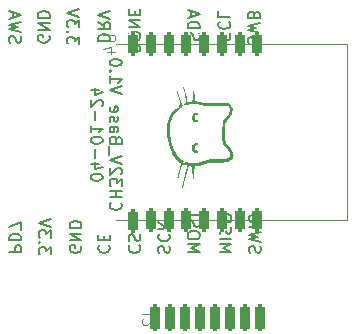
<source format=gbo>
G04 #@! TF.GenerationSoftware,KiCad,Pcbnew,7.0.7*
G04 #@! TF.CreationDate,2024-04-02T17:06:21-04:00*
G04 #@! TF.ProjectId,sensor_node,73656e73-6f72-45f6-9e6f-64652e6b6963,rev?*
G04 #@! TF.SameCoordinates,Original*
G04 #@! TF.FileFunction,Legend,Bot*
G04 #@! TF.FilePolarity,Positive*
%FSLAX46Y46*%
G04 Gerber Fmt 4.6, Leading zero omitted, Abs format (unit mm)*
G04 Created by KiCad (PCBNEW 7.0.7) date 2024-04-02 17:06:21*
%MOMM*%
%LPD*%
G01*
G04 APERTURE LIST*
G04 Aperture macros list*
%AMRoundRect*
0 Rectangle with rounded corners*
0 $1 Rounding radius*
0 $2 $3 $4 $5 $6 $7 $8 $9 X,Y pos of 4 corners*
0 Add a 4 corners polygon primitive as box body*
4,1,4,$2,$3,$4,$5,$6,$7,$8,$9,$2,$3,0*
0 Add four circle primitives for the rounded corners*
1,1,$1+$1,$2,$3*
1,1,$1+$1,$4,$5*
1,1,$1+$1,$6,$7*
1,1,$1+$1,$8,$9*
0 Add four rect primitives between the rounded corners*
20,1,$1+$1,$2,$3,$4,$5,0*
20,1,$1+$1,$4,$5,$6,$7,0*
20,1,$1+$1,$6,$7,$8,$9,0*
20,1,$1+$1,$8,$9,$2,$3,0*%
G04 Aperture macros list end*
%ADD10C,0.150000*%
%ADD11C,0.100000*%
%ADD12R,1.700000X1.700000*%
%ADD13O,1.700000X1.700000*%
%ADD14C,0.650000*%
%ADD15O,2.100000X1.000000*%
%ADD16O,1.600000X1.000000*%
%ADD17RoundRect,0.200000X-0.200000X0.943000X-0.200000X-0.943000X0.200000X-0.943000X0.200000X0.943000X0*%
%ADD18RoundRect,0.200000X-0.200000X0.800000X-0.200000X-0.800000X0.200000X-0.800000X0.200000X0.800000X0*%
G04 APERTURE END LIST*
D10*
X155277800Y-93610839D02*
X155230180Y-93467982D01*
X155230180Y-93467982D02*
X155230180Y-93229887D01*
X155230180Y-93229887D02*
X155277800Y-93134649D01*
X155277800Y-93134649D02*
X155325419Y-93087030D01*
X155325419Y-93087030D02*
X155420657Y-93039411D01*
X155420657Y-93039411D02*
X155515895Y-93039411D01*
X155515895Y-93039411D02*
X155611133Y-93087030D01*
X155611133Y-93087030D02*
X155658752Y-93134649D01*
X155658752Y-93134649D02*
X155706371Y-93229887D01*
X155706371Y-93229887D02*
X155753990Y-93420363D01*
X155753990Y-93420363D02*
X155801609Y-93515601D01*
X155801609Y-93515601D02*
X155849228Y-93563220D01*
X155849228Y-93563220D02*
X155944466Y-93610839D01*
X155944466Y-93610839D02*
X156039704Y-93610839D01*
X156039704Y-93610839D02*
X156134942Y-93563220D01*
X156134942Y-93563220D02*
X156182561Y-93515601D01*
X156182561Y-93515601D02*
X156230180Y-93420363D01*
X156230180Y-93420363D02*
X156230180Y-93182268D01*
X156230180Y-93182268D02*
X156182561Y-93039411D01*
X155325419Y-92039411D02*
X155277800Y-92087030D01*
X155277800Y-92087030D02*
X155230180Y-92229887D01*
X155230180Y-92229887D02*
X155230180Y-92325125D01*
X155230180Y-92325125D02*
X155277800Y-92467982D01*
X155277800Y-92467982D02*
X155373038Y-92563220D01*
X155373038Y-92563220D02*
X155468276Y-92610839D01*
X155468276Y-92610839D02*
X155658752Y-92658458D01*
X155658752Y-92658458D02*
X155801609Y-92658458D01*
X155801609Y-92658458D02*
X155992085Y-92610839D01*
X155992085Y-92610839D02*
X156087323Y-92563220D01*
X156087323Y-92563220D02*
X156182561Y-92467982D01*
X156182561Y-92467982D02*
X156230180Y-92325125D01*
X156230180Y-92325125D02*
X156230180Y-92229887D01*
X156230180Y-92229887D02*
X156182561Y-92087030D01*
X156182561Y-92087030D02*
X156134942Y-92039411D01*
X155230180Y-91134649D02*
X155230180Y-91610839D01*
X155230180Y-91610839D02*
X156230180Y-91610839D01*
X143582561Y-111039411D02*
X143630180Y-111134649D01*
X143630180Y-111134649D02*
X143630180Y-111277506D01*
X143630180Y-111277506D02*
X143582561Y-111420363D01*
X143582561Y-111420363D02*
X143487323Y-111515601D01*
X143487323Y-111515601D02*
X143392085Y-111563220D01*
X143392085Y-111563220D02*
X143201609Y-111610839D01*
X143201609Y-111610839D02*
X143058752Y-111610839D01*
X143058752Y-111610839D02*
X142868276Y-111563220D01*
X142868276Y-111563220D02*
X142773038Y-111515601D01*
X142773038Y-111515601D02*
X142677800Y-111420363D01*
X142677800Y-111420363D02*
X142630180Y-111277506D01*
X142630180Y-111277506D02*
X142630180Y-111182268D01*
X142630180Y-111182268D02*
X142677800Y-111039411D01*
X142677800Y-111039411D02*
X142725419Y-110991792D01*
X142725419Y-110991792D02*
X143058752Y-110991792D01*
X143058752Y-110991792D02*
X143058752Y-111182268D01*
X142630180Y-110563220D02*
X143630180Y-110563220D01*
X143630180Y-110563220D02*
X142630180Y-109991792D01*
X142630180Y-109991792D02*
X143630180Y-109991792D01*
X142630180Y-109515601D02*
X143630180Y-109515601D01*
X143630180Y-109515601D02*
X143630180Y-109277506D01*
X143630180Y-109277506D02*
X143582561Y-109134649D01*
X143582561Y-109134649D02*
X143487323Y-109039411D01*
X143487323Y-109039411D02*
X143392085Y-108991792D01*
X143392085Y-108991792D02*
X143201609Y-108944173D01*
X143201609Y-108944173D02*
X143058752Y-108944173D01*
X143058752Y-108944173D02*
X142868276Y-108991792D01*
X142868276Y-108991792D02*
X142773038Y-109039411D01*
X142773038Y-109039411D02*
X142677800Y-109134649D01*
X142677800Y-109134649D02*
X142630180Y-109277506D01*
X142630180Y-109277506D02*
X142630180Y-109515601D01*
X150177800Y-111610839D02*
X150130180Y-111467982D01*
X150130180Y-111467982D02*
X150130180Y-111229887D01*
X150130180Y-111229887D02*
X150177800Y-111134649D01*
X150177800Y-111134649D02*
X150225419Y-111087030D01*
X150225419Y-111087030D02*
X150320657Y-111039411D01*
X150320657Y-111039411D02*
X150415895Y-111039411D01*
X150415895Y-111039411D02*
X150511133Y-111087030D01*
X150511133Y-111087030D02*
X150558752Y-111134649D01*
X150558752Y-111134649D02*
X150606371Y-111229887D01*
X150606371Y-111229887D02*
X150653990Y-111420363D01*
X150653990Y-111420363D02*
X150701609Y-111515601D01*
X150701609Y-111515601D02*
X150749228Y-111563220D01*
X150749228Y-111563220D02*
X150844466Y-111610839D01*
X150844466Y-111610839D02*
X150939704Y-111610839D01*
X150939704Y-111610839D02*
X151034942Y-111563220D01*
X151034942Y-111563220D02*
X151082561Y-111515601D01*
X151082561Y-111515601D02*
X151130180Y-111420363D01*
X151130180Y-111420363D02*
X151130180Y-111182268D01*
X151130180Y-111182268D02*
X151082561Y-111039411D01*
X150225419Y-110039411D02*
X150177800Y-110087030D01*
X150177800Y-110087030D02*
X150130180Y-110229887D01*
X150130180Y-110229887D02*
X150130180Y-110325125D01*
X150130180Y-110325125D02*
X150177800Y-110467982D01*
X150177800Y-110467982D02*
X150273038Y-110563220D01*
X150273038Y-110563220D02*
X150368276Y-110610839D01*
X150368276Y-110610839D02*
X150558752Y-110658458D01*
X150558752Y-110658458D02*
X150701609Y-110658458D01*
X150701609Y-110658458D02*
X150892085Y-110610839D01*
X150892085Y-110610839D02*
X150987323Y-110563220D01*
X150987323Y-110563220D02*
X151082561Y-110467982D01*
X151082561Y-110467982D02*
X151130180Y-110325125D01*
X151130180Y-110325125D02*
X151130180Y-110229887D01*
X151130180Y-110229887D02*
X151082561Y-110087030D01*
X151082561Y-110087030D02*
X151034942Y-110039411D01*
X150130180Y-109610839D02*
X151130180Y-109610839D01*
X150130180Y-109039411D02*
X150701609Y-109467982D01*
X151130180Y-109039411D02*
X150558752Y-109610839D01*
X145030180Y-93663220D02*
X146030180Y-93663220D01*
X146030180Y-93663220D02*
X146030180Y-93425125D01*
X146030180Y-93425125D02*
X145982561Y-93282268D01*
X145982561Y-93282268D02*
X145887323Y-93187030D01*
X145887323Y-93187030D02*
X145792085Y-93139411D01*
X145792085Y-93139411D02*
X145601609Y-93091792D01*
X145601609Y-93091792D02*
X145458752Y-93091792D01*
X145458752Y-93091792D02*
X145268276Y-93139411D01*
X145268276Y-93139411D02*
X145173038Y-93187030D01*
X145173038Y-93187030D02*
X145077800Y-93282268D01*
X145077800Y-93282268D02*
X145030180Y-93425125D01*
X145030180Y-93425125D02*
X145030180Y-93663220D01*
X145030180Y-92091792D02*
X145506371Y-92425125D01*
X145030180Y-92663220D02*
X146030180Y-92663220D01*
X146030180Y-92663220D02*
X146030180Y-92282268D01*
X146030180Y-92282268D02*
X145982561Y-92187030D01*
X145982561Y-92187030D02*
X145934942Y-92139411D01*
X145934942Y-92139411D02*
X145839704Y-92091792D01*
X145839704Y-92091792D02*
X145696847Y-92091792D01*
X145696847Y-92091792D02*
X145601609Y-92139411D01*
X145601609Y-92139411D02*
X145553990Y-92187030D01*
X145553990Y-92187030D02*
X145506371Y-92282268D01*
X145506371Y-92282268D02*
X145506371Y-92663220D01*
X146030180Y-91806077D02*
X145030180Y-91472744D01*
X145030180Y-91472744D02*
X146030180Y-91139411D01*
X140882561Y-93239411D02*
X140930180Y-93334649D01*
X140930180Y-93334649D02*
X140930180Y-93477506D01*
X140930180Y-93477506D02*
X140882561Y-93620363D01*
X140882561Y-93620363D02*
X140787323Y-93715601D01*
X140787323Y-93715601D02*
X140692085Y-93763220D01*
X140692085Y-93763220D02*
X140501609Y-93810839D01*
X140501609Y-93810839D02*
X140358752Y-93810839D01*
X140358752Y-93810839D02*
X140168276Y-93763220D01*
X140168276Y-93763220D02*
X140073038Y-93715601D01*
X140073038Y-93715601D02*
X139977800Y-93620363D01*
X139977800Y-93620363D02*
X139930180Y-93477506D01*
X139930180Y-93477506D02*
X139930180Y-93382268D01*
X139930180Y-93382268D02*
X139977800Y-93239411D01*
X139977800Y-93239411D02*
X140025419Y-93191792D01*
X140025419Y-93191792D02*
X140358752Y-93191792D01*
X140358752Y-93191792D02*
X140358752Y-93382268D01*
X139930180Y-92763220D02*
X140930180Y-92763220D01*
X140930180Y-92763220D02*
X139930180Y-92191792D01*
X139930180Y-92191792D02*
X140930180Y-92191792D01*
X139930180Y-91715601D02*
X140930180Y-91715601D01*
X140930180Y-91715601D02*
X140930180Y-91477506D01*
X140930180Y-91477506D02*
X140882561Y-91334649D01*
X140882561Y-91334649D02*
X140787323Y-91239411D01*
X140787323Y-91239411D02*
X140692085Y-91191792D01*
X140692085Y-91191792D02*
X140501609Y-91144173D01*
X140501609Y-91144173D02*
X140358752Y-91144173D01*
X140358752Y-91144173D02*
X140168276Y-91191792D01*
X140168276Y-91191792D02*
X140073038Y-91239411D01*
X140073038Y-91239411D02*
X139977800Y-91334649D01*
X139977800Y-91334649D02*
X139930180Y-91477506D01*
X139930180Y-91477506D02*
X139930180Y-91715601D01*
X157777800Y-93910839D02*
X157730180Y-93767982D01*
X157730180Y-93767982D02*
X157730180Y-93529887D01*
X157730180Y-93529887D02*
X157777800Y-93434649D01*
X157777800Y-93434649D02*
X157825419Y-93387030D01*
X157825419Y-93387030D02*
X157920657Y-93339411D01*
X157920657Y-93339411D02*
X158015895Y-93339411D01*
X158015895Y-93339411D02*
X158111133Y-93387030D01*
X158111133Y-93387030D02*
X158158752Y-93434649D01*
X158158752Y-93434649D02*
X158206371Y-93529887D01*
X158206371Y-93529887D02*
X158253990Y-93720363D01*
X158253990Y-93720363D02*
X158301609Y-93815601D01*
X158301609Y-93815601D02*
X158349228Y-93863220D01*
X158349228Y-93863220D02*
X158444466Y-93910839D01*
X158444466Y-93910839D02*
X158539704Y-93910839D01*
X158539704Y-93910839D02*
X158634942Y-93863220D01*
X158634942Y-93863220D02*
X158682561Y-93815601D01*
X158682561Y-93815601D02*
X158730180Y-93720363D01*
X158730180Y-93720363D02*
X158730180Y-93482268D01*
X158730180Y-93482268D02*
X158682561Y-93339411D01*
X158730180Y-93006077D02*
X157730180Y-92767982D01*
X157730180Y-92767982D02*
X158444466Y-92577506D01*
X158444466Y-92577506D02*
X157730180Y-92387030D01*
X157730180Y-92387030D02*
X158730180Y-92148935D01*
X158253990Y-91434649D02*
X158206371Y-91291792D01*
X158206371Y-91291792D02*
X158158752Y-91244173D01*
X158158752Y-91244173D02*
X158063514Y-91196554D01*
X158063514Y-91196554D02*
X157920657Y-91196554D01*
X157920657Y-91196554D02*
X157825419Y-91244173D01*
X157825419Y-91244173D02*
X157777800Y-91291792D01*
X157777800Y-91291792D02*
X157730180Y-91387030D01*
X157730180Y-91387030D02*
X157730180Y-91767982D01*
X157730180Y-91767982D02*
X158730180Y-91767982D01*
X158730180Y-91767982D02*
X158730180Y-91434649D01*
X158730180Y-91434649D02*
X158682561Y-91339411D01*
X158682561Y-91339411D02*
X158634942Y-91291792D01*
X158634942Y-91291792D02*
X158539704Y-91244173D01*
X158539704Y-91244173D02*
X158444466Y-91244173D01*
X158444466Y-91244173D02*
X158349228Y-91291792D01*
X158349228Y-91291792D02*
X158301609Y-91339411D01*
X158301609Y-91339411D02*
X158253990Y-91434649D01*
X158253990Y-91434649D02*
X158253990Y-91767982D01*
X143430180Y-93958458D02*
X143430180Y-93339411D01*
X143430180Y-93339411D02*
X143049228Y-93672744D01*
X143049228Y-93672744D02*
X143049228Y-93529887D01*
X143049228Y-93529887D02*
X143001609Y-93434649D01*
X143001609Y-93434649D02*
X142953990Y-93387030D01*
X142953990Y-93387030D02*
X142858752Y-93339411D01*
X142858752Y-93339411D02*
X142620657Y-93339411D01*
X142620657Y-93339411D02*
X142525419Y-93387030D01*
X142525419Y-93387030D02*
X142477800Y-93434649D01*
X142477800Y-93434649D02*
X142430180Y-93529887D01*
X142430180Y-93529887D02*
X142430180Y-93815601D01*
X142430180Y-93815601D02*
X142477800Y-93910839D01*
X142477800Y-93910839D02*
X142525419Y-93958458D01*
X142525419Y-92910839D02*
X142477800Y-92863220D01*
X142477800Y-92863220D02*
X142430180Y-92910839D01*
X142430180Y-92910839D02*
X142477800Y-92958458D01*
X142477800Y-92958458D02*
X142525419Y-92910839D01*
X142525419Y-92910839D02*
X142430180Y-92910839D01*
X143430180Y-92529887D02*
X143430180Y-91910840D01*
X143430180Y-91910840D02*
X143049228Y-92244173D01*
X143049228Y-92244173D02*
X143049228Y-92101316D01*
X143049228Y-92101316D02*
X143001609Y-92006078D01*
X143001609Y-92006078D02*
X142953990Y-91958459D01*
X142953990Y-91958459D02*
X142858752Y-91910840D01*
X142858752Y-91910840D02*
X142620657Y-91910840D01*
X142620657Y-91910840D02*
X142525419Y-91958459D01*
X142525419Y-91958459D02*
X142477800Y-92006078D01*
X142477800Y-92006078D02*
X142430180Y-92101316D01*
X142430180Y-92101316D02*
X142430180Y-92387030D01*
X142430180Y-92387030D02*
X142477800Y-92482268D01*
X142477800Y-92482268D02*
X142525419Y-92529887D01*
X143430180Y-91625125D02*
X142430180Y-91291792D01*
X142430180Y-91291792D02*
X143430180Y-90958459D01*
X157877800Y-111610839D02*
X157830180Y-111467982D01*
X157830180Y-111467982D02*
X157830180Y-111229887D01*
X157830180Y-111229887D02*
X157877800Y-111134649D01*
X157877800Y-111134649D02*
X157925419Y-111087030D01*
X157925419Y-111087030D02*
X158020657Y-111039411D01*
X158020657Y-111039411D02*
X158115895Y-111039411D01*
X158115895Y-111039411D02*
X158211133Y-111087030D01*
X158211133Y-111087030D02*
X158258752Y-111134649D01*
X158258752Y-111134649D02*
X158306371Y-111229887D01*
X158306371Y-111229887D02*
X158353990Y-111420363D01*
X158353990Y-111420363D02*
X158401609Y-111515601D01*
X158401609Y-111515601D02*
X158449228Y-111563220D01*
X158449228Y-111563220D02*
X158544466Y-111610839D01*
X158544466Y-111610839D02*
X158639704Y-111610839D01*
X158639704Y-111610839D02*
X158734942Y-111563220D01*
X158734942Y-111563220D02*
X158782561Y-111515601D01*
X158782561Y-111515601D02*
X158830180Y-111420363D01*
X158830180Y-111420363D02*
X158830180Y-111182268D01*
X158830180Y-111182268D02*
X158782561Y-111039411D01*
X158830180Y-110706077D02*
X157830180Y-110467982D01*
X157830180Y-110467982D02*
X158544466Y-110277506D01*
X158544466Y-110277506D02*
X157830180Y-110087030D01*
X157830180Y-110087030D02*
X158830180Y-109848935D01*
X157830180Y-109467982D02*
X158830180Y-109467982D01*
X158830180Y-108801316D02*
X158830180Y-108610840D01*
X158830180Y-108610840D02*
X158782561Y-108515602D01*
X158782561Y-108515602D02*
X158687323Y-108420364D01*
X158687323Y-108420364D02*
X158496847Y-108372745D01*
X158496847Y-108372745D02*
X158163514Y-108372745D01*
X158163514Y-108372745D02*
X157973038Y-108420364D01*
X157973038Y-108420364D02*
X157877800Y-108515602D01*
X157877800Y-108515602D02*
X157830180Y-108610840D01*
X157830180Y-108610840D02*
X157830180Y-108801316D01*
X157830180Y-108801316D02*
X157877800Y-108896554D01*
X157877800Y-108896554D02*
X157973038Y-108991792D01*
X157973038Y-108991792D02*
X158163514Y-109039411D01*
X158163514Y-109039411D02*
X158496847Y-109039411D01*
X158496847Y-109039411D02*
X158687323Y-108991792D01*
X158687323Y-108991792D02*
X158782561Y-108896554D01*
X158782561Y-108896554D02*
X158830180Y-108801316D01*
X152677800Y-93610839D02*
X152630180Y-93467982D01*
X152630180Y-93467982D02*
X152630180Y-93229887D01*
X152630180Y-93229887D02*
X152677800Y-93134649D01*
X152677800Y-93134649D02*
X152725419Y-93087030D01*
X152725419Y-93087030D02*
X152820657Y-93039411D01*
X152820657Y-93039411D02*
X152915895Y-93039411D01*
X152915895Y-93039411D02*
X153011133Y-93087030D01*
X153011133Y-93087030D02*
X153058752Y-93134649D01*
X153058752Y-93134649D02*
X153106371Y-93229887D01*
X153106371Y-93229887D02*
X153153990Y-93420363D01*
X153153990Y-93420363D02*
X153201609Y-93515601D01*
X153201609Y-93515601D02*
X153249228Y-93563220D01*
X153249228Y-93563220D02*
X153344466Y-93610839D01*
X153344466Y-93610839D02*
X153439704Y-93610839D01*
X153439704Y-93610839D02*
X153534942Y-93563220D01*
X153534942Y-93563220D02*
X153582561Y-93515601D01*
X153582561Y-93515601D02*
X153630180Y-93420363D01*
X153630180Y-93420363D02*
X153630180Y-93182268D01*
X153630180Y-93182268D02*
X153582561Y-93039411D01*
X152630180Y-92610839D02*
X153630180Y-92610839D01*
X153630180Y-92610839D02*
X153630180Y-92372744D01*
X153630180Y-92372744D02*
X153582561Y-92229887D01*
X153582561Y-92229887D02*
X153487323Y-92134649D01*
X153487323Y-92134649D02*
X153392085Y-92087030D01*
X153392085Y-92087030D02*
X153201609Y-92039411D01*
X153201609Y-92039411D02*
X153058752Y-92039411D01*
X153058752Y-92039411D02*
X152868276Y-92087030D01*
X152868276Y-92087030D02*
X152773038Y-92134649D01*
X152773038Y-92134649D02*
X152677800Y-92229887D01*
X152677800Y-92229887D02*
X152630180Y-92372744D01*
X152630180Y-92372744D02*
X152630180Y-92610839D01*
X152915895Y-91658458D02*
X152915895Y-91182268D01*
X152630180Y-91753696D02*
X153630180Y-91420363D01*
X153630180Y-91420363D02*
X152630180Y-91087030D01*
X137577800Y-93810839D02*
X137530180Y-93667982D01*
X137530180Y-93667982D02*
X137530180Y-93429887D01*
X137530180Y-93429887D02*
X137577800Y-93334649D01*
X137577800Y-93334649D02*
X137625419Y-93287030D01*
X137625419Y-93287030D02*
X137720657Y-93239411D01*
X137720657Y-93239411D02*
X137815895Y-93239411D01*
X137815895Y-93239411D02*
X137911133Y-93287030D01*
X137911133Y-93287030D02*
X137958752Y-93334649D01*
X137958752Y-93334649D02*
X138006371Y-93429887D01*
X138006371Y-93429887D02*
X138053990Y-93620363D01*
X138053990Y-93620363D02*
X138101609Y-93715601D01*
X138101609Y-93715601D02*
X138149228Y-93763220D01*
X138149228Y-93763220D02*
X138244466Y-93810839D01*
X138244466Y-93810839D02*
X138339704Y-93810839D01*
X138339704Y-93810839D02*
X138434942Y-93763220D01*
X138434942Y-93763220D02*
X138482561Y-93715601D01*
X138482561Y-93715601D02*
X138530180Y-93620363D01*
X138530180Y-93620363D02*
X138530180Y-93382268D01*
X138530180Y-93382268D02*
X138482561Y-93239411D01*
X138530180Y-92906077D02*
X137530180Y-92667982D01*
X137530180Y-92667982D02*
X138244466Y-92477506D01*
X138244466Y-92477506D02*
X137530180Y-92287030D01*
X137530180Y-92287030D02*
X138530180Y-92048935D01*
X137815895Y-91715601D02*
X137815895Y-91239411D01*
X137530180Y-91810839D02*
X138530180Y-91477506D01*
X138530180Y-91477506D02*
X137530180Y-91144173D01*
X141030180Y-111758458D02*
X141030180Y-111139411D01*
X141030180Y-111139411D02*
X140649228Y-111472744D01*
X140649228Y-111472744D02*
X140649228Y-111329887D01*
X140649228Y-111329887D02*
X140601609Y-111234649D01*
X140601609Y-111234649D02*
X140553990Y-111187030D01*
X140553990Y-111187030D02*
X140458752Y-111139411D01*
X140458752Y-111139411D02*
X140220657Y-111139411D01*
X140220657Y-111139411D02*
X140125419Y-111187030D01*
X140125419Y-111187030D02*
X140077800Y-111234649D01*
X140077800Y-111234649D02*
X140030180Y-111329887D01*
X140030180Y-111329887D02*
X140030180Y-111615601D01*
X140030180Y-111615601D02*
X140077800Y-111710839D01*
X140077800Y-111710839D02*
X140125419Y-111758458D01*
X140125419Y-110710839D02*
X140077800Y-110663220D01*
X140077800Y-110663220D02*
X140030180Y-110710839D01*
X140030180Y-110710839D02*
X140077800Y-110758458D01*
X140077800Y-110758458D02*
X140125419Y-110710839D01*
X140125419Y-110710839D02*
X140030180Y-110710839D01*
X141030180Y-110329887D02*
X141030180Y-109710840D01*
X141030180Y-109710840D02*
X140649228Y-110044173D01*
X140649228Y-110044173D02*
X140649228Y-109901316D01*
X140649228Y-109901316D02*
X140601609Y-109806078D01*
X140601609Y-109806078D02*
X140553990Y-109758459D01*
X140553990Y-109758459D02*
X140458752Y-109710840D01*
X140458752Y-109710840D02*
X140220657Y-109710840D01*
X140220657Y-109710840D02*
X140125419Y-109758459D01*
X140125419Y-109758459D02*
X140077800Y-109806078D01*
X140077800Y-109806078D02*
X140030180Y-109901316D01*
X140030180Y-109901316D02*
X140030180Y-110187030D01*
X140030180Y-110187030D02*
X140077800Y-110282268D01*
X140077800Y-110282268D02*
X140125419Y-110329887D01*
X141030180Y-109425125D02*
X140030180Y-109091792D01*
X140030180Y-109091792D02*
X141030180Y-108758459D01*
X147725419Y-110991792D02*
X147677800Y-111039411D01*
X147677800Y-111039411D02*
X147630180Y-111182268D01*
X147630180Y-111182268D02*
X147630180Y-111277506D01*
X147630180Y-111277506D02*
X147677800Y-111420363D01*
X147677800Y-111420363D02*
X147773038Y-111515601D01*
X147773038Y-111515601D02*
X147868276Y-111563220D01*
X147868276Y-111563220D02*
X148058752Y-111610839D01*
X148058752Y-111610839D02*
X148201609Y-111610839D01*
X148201609Y-111610839D02*
X148392085Y-111563220D01*
X148392085Y-111563220D02*
X148487323Y-111515601D01*
X148487323Y-111515601D02*
X148582561Y-111420363D01*
X148582561Y-111420363D02*
X148630180Y-111277506D01*
X148630180Y-111277506D02*
X148630180Y-111182268D01*
X148630180Y-111182268D02*
X148582561Y-111039411D01*
X148582561Y-111039411D02*
X148534942Y-110991792D01*
X147677800Y-110610839D02*
X147630180Y-110467982D01*
X147630180Y-110467982D02*
X147630180Y-110229887D01*
X147630180Y-110229887D02*
X147677800Y-110134649D01*
X147677800Y-110134649D02*
X147725419Y-110087030D01*
X147725419Y-110087030D02*
X147820657Y-110039411D01*
X147820657Y-110039411D02*
X147915895Y-110039411D01*
X147915895Y-110039411D02*
X148011133Y-110087030D01*
X148011133Y-110087030D02*
X148058752Y-110134649D01*
X148058752Y-110134649D02*
X148106371Y-110229887D01*
X148106371Y-110229887D02*
X148153990Y-110420363D01*
X148153990Y-110420363D02*
X148201609Y-110515601D01*
X148201609Y-110515601D02*
X148249228Y-110563220D01*
X148249228Y-110563220D02*
X148344466Y-110610839D01*
X148344466Y-110610839D02*
X148439704Y-110610839D01*
X148439704Y-110610839D02*
X148534942Y-110563220D01*
X148534942Y-110563220D02*
X148582561Y-110515601D01*
X148582561Y-110515601D02*
X148630180Y-110420363D01*
X148630180Y-110420363D02*
X148630180Y-110182268D01*
X148630180Y-110182268D02*
X148582561Y-110039411D01*
X145125419Y-110991792D02*
X145077800Y-111039411D01*
X145077800Y-111039411D02*
X145030180Y-111182268D01*
X145030180Y-111182268D02*
X145030180Y-111277506D01*
X145030180Y-111277506D02*
X145077800Y-111420363D01*
X145077800Y-111420363D02*
X145173038Y-111515601D01*
X145173038Y-111515601D02*
X145268276Y-111563220D01*
X145268276Y-111563220D02*
X145458752Y-111610839D01*
X145458752Y-111610839D02*
X145601609Y-111610839D01*
X145601609Y-111610839D02*
X145792085Y-111563220D01*
X145792085Y-111563220D02*
X145887323Y-111515601D01*
X145887323Y-111515601D02*
X145982561Y-111420363D01*
X145982561Y-111420363D02*
X146030180Y-111277506D01*
X146030180Y-111277506D02*
X146030180Y-111182268D01*
X146030180Y-111182268D02*
X145982561Y-111039411D01*
X145982561Y-111039411D02*
X145934942Y-110991792D01*
X145553990Y-110563220D02*
X145553990Y-110229887D01*
X145030180Y-110087030D02*
X145030180Y-110563220D01*
X145030180Y-110563220D02*
X146030180Y-110563220D01*
X146030180Y-110563220D02*
X146030180Y-110087030D01*
X155330180Y-111563220D02*
X156330180Y-111563220D01*
X156330180Y-111563220D02*
X155615895Y-111229887D01*
X155615895Y-111229887D02*
X156330180Y-110896554D01*
X156330180Y-110896554D02*
X155330180Y-110896554D01*
X155330180Y-110420363D02*
X156330180Y-110420363D01*
X155377800Y-109991792D02*
X155330180Y-109848935D01*
X155330180Y-109848935D02*
X155330180Y-109610840D01*
X155330180Y-109610840D02*
X155377800Y-109515602D01*
X155377800Y-109515602D02*
X155425419Y-109467983D01*
X155425419Y-109467983D02*
X155520657Y-109420364D01*
X155520657Y-109420364D02*
X155615895Y-109420364D01*
X155615895Y-109420364D02*
X155711133Y-109467983D01*
X155711133Y-109467983D02*
X155758752Y-109515602D01*
X155758752Y-109515602D02*
X155806371Y-109610840D01*
X155806371Y-109610840D02*
X155853990Y-109801316D01*
X155853990Y-109801316D02*
X155901609Y-109896554D01*
X155901609Y-109896554D02*
X155949228Y-109944173D01*
X155949228Y-109944173D02*
X156044466Y-109991792D01*
X156044466Y-109991792D02*
X156139704Y-109991792D01*
X156139704Y-109991792D02*
X156234942Y-109944173D01*
X156234942Y-109944173D02*
X156282561Y-109896554D01*
X156282561Y-109896554D02*
X156330180Y-109801316D01*
X156330180Y-109801316D02*
X156330180Y-109563221D01*
X156330180Y-109563221D02*
X156282561Y-109420364D01*
X156330180Y-108801316D02*
X156330180Y-108610840D01*
X156330180Y-108610840D02*
X156282561Y-108515602D01*
X156282561Y-108515602D02*
X156187323Y-108420364D01*
X156187323Y-108420364D02*
X155996847Y-108372745D01*
X155996847Y-108372745D02*
X155663514Y-108372745D01*
X155663514Y-108372745D02*
X155473038Y-108420364D01*
X155473038Y-108420364D02*
X155377800Y-108515602D01*
X155377800Y-108515602D02*
X155330180Y-108610840D01*
X155330180Y-108610840D02*
X155330180Y-108801316D01*
X155330180Y-108801316D02*
X155377800Y-108896554D01*
X155377800Y-108896554D02*
X155473038Y-108991792D01*
X155473038Y-108991792D02*
X155663514Y-109039411D01*
X155663514Y-109039411D02*
X155996847Y-109039411D01*
X155996847Y-109039411D02*
X156187323Y-108991792D01*
X156187323Y-108991792D02*
X156282561Y-108896554D01*
X156282561Y-108896554D02*
X156330180Y-108801316D01*
X147630180Y-94563220D02*
X148630180Y-94563220D01*
X148630180Y-94563220D02*
X148630180Y-94325125D01*
X148630180Y-94325125D02*
X148582561Y-94182268D01*
X148582561Y-94182268D02*
X148487323Y-94087030D01*
X148487323Y-94087030D02*
X148392085Y-94039411D01*
X148392085Y-94039411D02*
X148201609Y-93991792D01*
X148201609Y-93991792D02*
X148058752Y-93991792D01*
X148058752Y-93991792D02*
X147868276Y-94039411D01*
X147868276Y-94039411D02*
X147773038Y-94087030D01*
X147773038Y-94087030D02*
X147677800Y-94182268D01*
X147677800Y-94182268D02*
X147630180Y-94325125D01*
X147630180Y-94325125D02*
X147630180Y-94563220D01*
X148630180Y-93372744D02*
X148630180Y-93182268D01*
X148630180Y-93182268D02*
X148582561Y-93087030D01*
X148582561Y-93087030D02*
X148487323Y-92991792D01*
X148487323Y-92991792D02*
X148296847Y-92944173D01*
X148296847Y-92944173D02*
X147963514Y-92944173D01*
X147963514Y-92944173D02*
X147773038Y-92991792D01*
X147773038Y-92991792D02*
X147677800Y-93087030D01*
X147677800Y-93087030D02*
X147630180Y-93182268D01*
X147630180Y-93182268D02*
X147630180Y-93372744D01*
X147630180Y-93372744D02*
X147677800Y-93467982D01*
X147677800Y-93467982D02*
X147773038Y-93563220D01*
X147773038Y-93563220D02*
X147963514Y-93610839D01*
X147963514Y-93610839D02*
X148296847Y-93610839D01*
X148296847Y-93610839D02*
X148487323Y-93563220D01*
X148487323Y-93563220D02*
X148582561Y-93467982D01*
X148582561Y-93467982D02*
X148630180Y-93372744D01*
X147630180Y-92515601D02*
X148630180Y-92515601D01*
X148630180Y-92515601D02*
X147630180Y-91944173D01*
X147630180Y-91944173D02*
X148630180Y-91944173D01*
X148153990Y-91467982D02*
X148153990Y-91134649D01*
X147630180Y-90991792D02*
X147630180Y-91467982D01*
X147630180Y-91467982D02*
X148630180Y-91467982D01*
X148630180Y-91467982D02*
X148630180Y-90991792D01*
X146135419Y-107361905D02*
X146087800Y-107409524D01*
X146087800Y-107409524D02*
X146040180Y-107552381D01*
X146040180Y-107552381D02*
X146040180Y-107647619D01*
X146040180Y-107647619D02*
X146087800Y-107790476D01*
X146087800Y-107790476D02*
X146183038Y-107885714D01*
X146183038Y-107885714D02*
X146278276Y-107933333D01*
X146278276Y-107933333D02*
X146468752Y-107980952D01*
X146468752Y-107980952D02*
X146611609Y-107980952D01*
X146611609Y-107980952D02*
X146802085Y-107933333D01*
X146802085Y-107933333D02*
X146897323Y-107885714D01*
X146897323Y-107885714D02*
X146992561Y-107790476D01*
X146992561Y-107790476D02*
X147040180Y-107647619D01*
X147040180Y-107647619D02*
X147040180Y-107552381D01*
X147040180Y-107552381D02*
X146992561Y-107409524D01*
X146992561Y-107409524D02*
X146944942Y-107361905D01*
X146040180Y-106933333D02*
X147040180Y-106933333D01*
X146563990Y-106933333D02*
X146563990Y-106361905D01*
X146040180Y-106361905D02*
X147040180Y-106361905D01*
X147040180Y-105980952D02*
X147040180Y-105361905D01*
X147040180Y-105361905D02*
X146659228Y-105695238D01*
X146659228Y-105695238D02*
X146659228Y-105552381D01*
X146659228Y-105552381D02*
X146611609Y-105457143D01*
X146611609Y-105457143D02*
X146563990Y-105409524D01*
X146563990Y-105409524D02*
X146468752Y-105361905D01*
X146468752Y-105361905D02*
X146230657Y-105361905D01*
X146230657Y-105361905D02*
X146135419Y-105409524D01*
X146135419Y-105409524D02*
X146087800Y-105457143D01*
X146087800Y-105457143D02*
X146040180Y-105552381D01*
X146040180Y-105552381D02*
X146040180Y-105838095D01*
X146040180Y-105838095D02*
X146087800Y-105933333D01*
X146087800Y-105933333D02*
X146135419Y-105980952D01*
X146944942Y-104980952D02*
X146992561Y-104933333D01*
X146992561Y-104933333D02*
X147040180Y-104838095D01*
X147040180Y-104838095D02*
X147040180Y-104600000D01*
X147040180Y-104600000D02*
X146992561Y-104504762D01*
X146992561Y-104504762D02*
X146944942Y-104457143D01*
X146944942Y-104457143D02*
X146849704Y-104409524D01*
X146849704Y-104409524D02*
X146754466Y-104409524D01*
X146754466Y-104409524D02*
X146611609Y-104457143D01*
X146611609Y-104457143D02*
X146040180Y-105028571D01*
X146040180Y-105028571D02*
X146040180Y-104409524D01*
X147040180Y-104123809D02*
X146040180Y-103790476D01*
X146040180Y-103790476D02*
X147040180Y-103457143D01*
X145944942Y-103361905D02*
X145944942Y-102600000D01*
X146563990Y-102028571D02*
X146516371Y-101885714D01*
X146516371Y-101885714D02*
X146468752Y-101838095D01*
X146468752Y-101838095D02*
X146373514Y-101790476D01*
X146373514Y-101790476D02*
X146230657Y-101790476D01*
X146230657Y-101790476D02*
X146135419Y-101838095D01*
X146135419Y-101838095D02*
X146087800Y-101885714D01*
X146087800Y-101885714D02*
X146040180Y-101980952D01*
X146040180Y-101980952D02*
X146040180Y-102361904D01*
X146040180Y-102361904D02*
X147040180Y-102361904D01*
X147040180Y-102361904D02*
X147040180Y-102028571D01*
X147040180Y-102028571D02*
X146992561Y-101933333D01*
X146992561Y-101933333D02*
X146944942Y-101885714D01*
X146944942Y-101885714D02*
X146849704Y-101838095D01*
X146849704Y-101838095D02*
X146754466Y-101838095D01*
X146754466Y-101838095D02*
X146659228Y-101885714D01*
X146659228Y-101885714D02*
X146611609Y-101933333D01*
X146611609Y-101933333D02*
X146563990Y-102028571D01*
X146563990Y-102028571D02*
X146563990Y-102361904D01*
X146040180Y-100933333D02*
X146563990Y-100933333D01*
X146563990Y-100933333D02*
X146659228Y-100980952D01*
X146659228Y-100980952D02*
X146706847Y-101076190D01*
X146706847Y-101076190D02*
X146706847Y-101266666D01*
X146706847Y-101266666D02*
X146659228Y-101361904D01*
X146087800Y-100933333D02*
X146040180Y-101028571D01*
X146040180Y-101028571D02*
X146040180Y-101266666D01*
X146040180Y-101266666D02*
X146087800Y-101361904D01*
X146087800Y-101361904D02*
X146183038Y-101409523D01*
X146183038Y-101409523D02*
X146278276Y-101409523D01*
X146278276Y-101409523D02*
X146373514Y-101361904D01*
X146373514Y-101361904D02*
X146421133Y-101266666D01*
X146421133Y-101266666D02*
X146421133Y-101028571D01*
X146421133Y-101028571D02*
X146468752Y-100933333D01*
X146087800Y-100504761D02*
X146040180Y-100409523D01*
X146040180Y-100409523D02*
X146040180Y-100219047D01*
X146040180Y-100219047D02*
X146087800Y-100123809D01*
X146087800Y-100123809D02*
X146183038Y-100076190D01*
X146183038Y-100076190D02*
X146230657Y-100076190D01*
X146230657Y-100076190D02*
X146325895Y-100123809D01*
X146325895Y-100123809D02*
X146373514Y-100219047D01*
X146373514Y-100219047D02*
X146373514Y-100361904D01*
X146373514Y-100361904D02*
X146421133Y-100457142D01*
X146421133Y-100457142D02*
X146516371Y-100504761D01*
X146516371Y-100504761D02*
X146563990Y-100504761D01*
X146563990Y-100504761D02*
X146659228Y-100457142D01*
X146659228Y-100457142D02*
X146706847Y-100361904D01*
X146706847Y-100361904D02*
X146706847Y-100219047D01*
X146706847Y-100219047D02*
X146659228Y-100123809D01*
X146087800Y-99266666D02*
X146040180Y-99361904D01*
X146040180Y-99361904D02*
X146040180Y-99552380D01*
X146040180Y-99552380D02*
X146087800Y-99647618D01*
X146087800Y-99647618D02*
X146183038Y-99695237D01*
X146183038Y-99695237D02*
X146563990Y-99695237D01*
X146563990Y-99695237D02*
X146659228Y-99647618D01*
X146659228Y-99647618D02*
X146706847Y-99552380D01*
X146706847Y-99552380D02*
X146706847Y-99361904D01*
X146706847Y-99361904D02*
X146659228Y-99266666D01*
X146659228Y-99266666D02*
X146563990Y-99219047D01*
X146563990Y-99219047D02*
X146468752Y-99219047D01*
X146468752Y-99219047D02*
X146373514Y-99695237D01*
X147040180Y-98171427D02*
X146040180Y-97838094D01*
X146040180Y-97838094D02*
X147040180Y-97504761D01*
X146040180Y-96647618D02*
X146040180Y-97219046D01*
X146040180Y-96933332D02*
X147040180Y-96933332D01*
X147040180Y-96933332D02*
X146897323Y-97028570D01*
X146897323Y-97028570D02*
X146802085Y-97123808D01*
X146802085Y-97123808D02*
X146754466Y-97219046D01*
X146135419Y-96219046D02*
X146087800Y-96171427D01*
X146087800Y-96171427D02*
X146040180Y-96219046D01*
X146040180Y-96219046D02*
X146087800Y-96266665D01*
X146087800Y-96266665D02*
X146135419Y-96219046D01*
X146135419Y-96219046D02*
X146040180Y-96219046D01*
X147040180Y-95552380D02*
X147040180Y-95457142D01*
X147040180Y-95457142D02*
X146992561Y-95361904D01*
X146992561Y-95361904D02*
X146944942Y-95314285D01*
X146944942Y-95314285D02*
X146849704Y-95266666D01*
X146849704Y-95266666D02*
X146659228Y-95219047D01*
X146659228Y-95219047D02*
X146421133Y-95219047D01*
X146421133Y-95219047D02*
X146230657Y-95266666D01*
X146230657Y-95266666D02*
X146135419Y-95314285D01*
X146135419Y-95314285D02*
X146087800Y-95361904D01*
X146087800Y-95361904D02*
X146040180Y-95457142D01*
X146040180Y-95457142D02*
X146040180Y-95552380D01*
X146040180Y-95552380D02*
X146087800Y-95647618D01*
X146087800Y-95647618D02*
X146135419Y-95695237D01*
X146135419Y-95695237D02*
X146230657Y-95742856D01*
X146230657Y-95742856D02*
X146421133Y-95790475D01*
X146421133Y-95790475D02*
X146659228Y-95790475D01*
X146659228Y-95790475D02*
X146849704Y-95742856D01*
X146849704Y-95742856D02*
X146944942Y-95695237D01*
X146944942Y-95695237D02*
X146992561Y-95647618D01*
X146992561Y-95647618D02*
X147040180Y-95552380D01*
X145430180Y-105266666D02*
X145430180Y-105171428D01*
X145430180Y-105171428D02*
X145382561Y-105076190D01*
X145382561Y-105076190D02*
X145334942Y-105028571D01*
X145334942Y-105028571D02*
X145239704Y-104980952D01*
X145239704Y-104980952D02*
X145049228Y-104933333D01*
X145049228Y-104933333D02*
X144811133Y-104933333D01*
X144811133Y-104933333D02*
X144620657Y-104980952D01*
X144620657Y-104980952D02*
X144525419Y-105028571D01*
X144525419Y-105028571D02*
X144477800Y-105076190D01*
X144477800Y-105076190D02*
X144430180Y-105171428D01*
X144430180Y-105171428D02*
X144430180Y-105266666D01*
X144430180Y-105266666D02*
X144477800Y-105361904D01*
X144477800Y-105361904D02*
X144525419Y-105409523D01*
X144525419Y-105409523D02*
X144620657Y-105457142D01*
X144620657Y-105457142D02*
X144811133Y-105504761D01*
X144811133Y-105504761D02*
X145049228Y-105504761D01*
X145049228Y-105504761D02*
X145239704Y-105457142D01*
X145239704Y-105457142D02*
X145334942Y-105409523D01*
X145334942Y-105409523D02*
X145382561Y-105361904D01*
X145382561Y-105361904D02*
X145430180Y-105266666D01*
X145096847Y-104076190D02*
X144430180Y-104076190D01*
X145477800Y-104314285D02*
X144763514Y-104552380D01*
X144763514Y-104552380D02*
X144763514Y-103933333D01*
X144811133Y-103552380D02*
X144811133Y-102790476D01*
X145430180Y-102123809D02*
X145430180Y-102028571D01*
X145430180Y-102028571D02*
X145382561Y-101933333D01*
X145382561Y-101933333D02*
X145334942Y-101885714D01*
X145334942Y-101885714D02*
X145239704Y-101838095D01*
X145239704Y-101838095D02*
X145049228Y-101790476D01*
X145049228Y-101790476D02*
X144811133Y-101790476D01*
X144811133Y-101790476D02*
X144620657Y-101838095D01*
X144620657Y-101838095D02*
X144525419Y-101885714D01*
X144525419Y-101885714D02*
X144477800Y-101933333D01*
X144477800Y-101933333D02*
X144430180Y-102028571D01*
X144430180Y-102028571D02*
X144430180Y-102123809D01*
X144430180Y-102123809D02*
X144477800Y-102219047D01*
X144477800Y-102219047D02*
X144525419Y-102266666D01*
X144525419Y-102266666D02*
X144620657Y-102314285D01*
X144620657Y-102314285D02*
X144811133Y-102361904D01*
X144811133Y-102361904D02*
X145049228Y-102361904D01*
X145049228Y-102361904D02*
X145239704Y-102314285D01*
X145239704Y-102314285D02*
X145334942Y-102266666D01*
X145334942Y-102266666D02*
X145382561Y-102219047D01*
X145382561Y-102219047D02*
X145430180Y-102123809D01*
X144430180Y-100838095D02*
X144430180Y-101409523D01*
X144430180Y-101123809D02*
X145430180Y-101123809D01*
X145430180Y-101123809D02*
X145287323Y-101219047D01*
X145287323Y-101219047D02*
X145192085Y-101314285D01*
X145192085Y-101314285D02*
X145144466Y-101409523D01*
X144811133Y-100409523D02*
X144811133Y-99647619D01*
X145334942Y-99219047D02*
X145382561Y-99171428D01*
X145382561Y-99171428D02*
X145430180Y-99076190D01*
X145430180Y-99076190D02*
X145430180Y-98838095D01*
X145430180Y-98838095D02*
X145382561Y-98742857D01*
X145382561Y-98742857D02*
X145334942Y-98695238D01*
X145334942Y-98695238D02*
X145239704Y-98647619D01*
X145239704Y-98647619D02*
X145144466Y-98647619D01*
X145144466Y-98647619D02*
X145001609Y-98695238D01*
X145001609Y-98695238D02*
X144430180Y-99266666D01*
X144430180Y-99266666D02*
X144430180Y-98647619D01*
X145096847Y-97790476D02*
X144430180Y-97790476D01*
X145477800Y-98028571D02*
X144763514Y-98266666D01*
X144763514Y-98266666D02*
X144763514Y-97647619D01*
X137530180Y-111563220D02*
X138530180Y-111563220D01*
X138530180Y-111563220D02*
X138530180Y-111182268D01*
X138530180Y-111182268D02*
X138482561Y-111087030D01*
X138482561Y-111087030D02*
X138434942Y-111039411D01*
X138434942Y-111039411D02*
X138339704Y-110991792D01*
X138339704Y-110991792D02*
X138196847Y-110991792D01*
X138196847Y-110991792D02*
X138101609Y-111039411D01*
X138101609Y-111039411D02*
X138053990Y-111087030D01*
X138053990Y-111087030D02*
X138006371Y-111182268D01*
X138006371Y-111182268D02*
X138006371Y-111563220D01*
X137530180Y-110563220D02*
X138530180Y-110563220D01*
X138530180Y-110563220D02*
X138530180Y-110325125D01*
X138530180Y-110325125D02*
X138482561Y-110182268D01*
X138482561Y-110182268D02*
X138387323Y-110087030D01*
X138387323Y-110087030D02*
X138292085Y-110039411D01*
X138292085Y-110039411D02*
X138101609Y-109991792D01*
X138101609Y-109991792D02*
X137958752Y-109991792D01*
X137958752Y-109991792D02*
X137768276Y-110039411D01*
X137768276Y-110039411D02*
X137673038Y-110087030D01*
X137673038Y-110087030D02*
X137577800Y-110182268D01*
X137577800Y-110182268D02*
X137530180Y-110325125D01*
X137530180Y-110325125D02*
X137530180Y-110563220D01*
X138530180Y-109658458D02*
X138530180Y-108991792D01*
X138530180Y-108991792D02*
X137530180Y-109420363D01*
X152630180Y-111563220D02*
X153630180Y-111563220D01*
X153630180Y-111563220D02*
X152915895Y-111229887D01*
X152915895Y-111229887D02*
X153630180Y-110896554D01*
X153630180Y-110896554D02*
X152630180Y-110896554D01*
X153630180Y-110229887D02*
X153630180Y-110039411D01*
X153630180Y-110039411D02*
X153582561Y-109944173D01*
X153582561Y-109944173D02*
X153487323Y-109848935D01*
X153487323Y-109848935D02*
X153296847Y-109801316D01*
X153296847Y-109801316D02*
X152963514Y-109801316D01*
X152963514Y-109801316D02*
X152773038Y-109848935D01*
X152773038Y-109848935D02*
X152677800Y-109944173D01*
X152677800Y-109944173D02*
X152630180Y-110039411D01*
X152630180Y-110039411D02*
X152630180Y-110229887D01*
X152630180Y-110229887D02*
X152677800Y-110325125D01*
X152677800Y-110325125D02*
X152773038Y-110420363D01*
X152773038Y-110420363D02*
X152963514Y-110467982D01*
X152963514Y-110467982D02*
X153296847Y-110467982D01*
X153296847Y-110467982D02*
X153487323Y-110420363D01*
X153487323Y-110420363D02*
X153582561Y-110325125D01*
X153582561Y-110325125D02*
X153630180Y-110229887D01*
X152677800Y-109420363D02*
X152630180Y-109277506D01*
X152630180Y-109277506D02*
X152630180Y-109039411D01*
X152630180Y-109039411D02*
X152677800Y-108944173D01*
X152677800Y-108944173D02*
X152725419Y-108896554D01*
X152725419Y-108896554D02*
X152820657Y-108848935D01*
X152820657Y-108848935D02*
X152915895Y-108848935D01*
X152915895Y-108848935D02*
X153011133Y-108896554D01*
X153011133Y-108896554D02*
X153058752Y-108944173D01*
X153058752Y-108944173D02*
X153106371Y-109039411D01*
X153106371Y-109039411D02*
X153153990Y-109229887D01*
X153153990Y-109229887D02*
X153201609Y-109325125D01*
X153201609Y-109325125D02*
X153249228Y-109372744D01*
X153249228Y-109372744D02*
X153344466Y-109420363D01*
X153344466Y-109420363D02*
X153439704Y-109420363D01*
X153439704Y-109420363D02*
X153534942Y-109372744D01*
X153534942Y-109372744D02*
X153582561Y-109325125D01*
X153582561Y-109325125D02*
X153630180Y-109229887D01*
X153630180Y-109229887D02*
X153630180Y-108991792D01*
X153630180Y-108991792D02*
X153582561Y-108848935D01*
X152630180Y-108420363D02*
X153630180Y-108420363D01*
D11*
X148777419Y-116766666D02*
X149491704Y-116766666D01*
X149491704Y-116766666D02*
X149634561Y-116719047D01*
X149634561Y-116719047D02*
X149729800Y-116623809D01*
X149729800Y-116623809D02*
X149777419Y-116480952D01*
X149777419Y-116480952D02*
X149777419Y-116385714D01*
X148872657Y-117195238D02*
X148825038Y-117242857D01*
X148825038Y-117242857D02*
X148777419Y-117338095D01*
X148777419Y-117338095D02*
X148777419Y-117576190D01*
X148777419Y-117576190D02*
X148825038Y-117671428D01*
X148825038Y-117671428D02*
X148872657Y-117719047D01*
X148872657Y-117719047D02*
X148967895Y-117766666D01*
X148967895Y-117766666D02*
X149063133Y-117766666D01*
X149063133Y-117766666D02*
X149205990Y-117719047D01*
X149205990Y-117719047D02*
X149777419Y-117147619D01*
X149777419Y-117147619D02*
X149777419Y-117766666D01*
X145482418Y-93150595D02*
X146291941Y-93150595D01*
X146291941Y-93150595D02*
X146387179Y-93198214D01*
X146387179Y-93198214D02*
X146434799Y-93245833D01*
X146434799Y-93245833D02*
X146482418Y-93341071D01*
X146482418Y-93341071D02*
X146482418Y-93531547D01*
X146482418Y-93531547D02*
X146434799Y-93626785D01*
X146434799Y-93626785D02*
X146387179Y-93674404D01*
X146387179Y-93674404D02*
X146291941Y-93722023D01*
X146291941Y-93722023D02*
X145482418Y-93722023D01*
X145815751Y-94626785D02*
X146482418Y-94626785D01*
X145434799Y-94388690D02*
X146149084Y-94150595D01*
X146149084Y-94150595D02*
X146149084Y-94769642D01*
X166124999Y-93912500D02*
X146524999Y-93912500D01*
X166124999Y-93912500D02*
X166124999Y-108862500D01*
X166124999Y-108862500D02*
X146524999Y-108872500D01*
G36*
X153416460Y-99739406D02*
G01*
X153471962Y-99757517D01*
X153503561Y-99791711D01*
X153513578Y-99843547D01*
X153511707Y-99866942D01*
X153492688Y-99907990D01*
X153450420Y-99935396D01*
X153381529Y-99951926D01*
X153355357Y-99956227D01*
X153308253Y-99966611D01*
X153278301Y-99976802D01*
X153266054Y-99986164D01*
X153241128Y-100027274D01*
X153224475Y-100088828D01*
X153218410Y-100163606D01*
X153219598Y-100198644D01*
X153234180Y-100270200D01*
X153268177Y-100321631D01*
X153325119Y-100356962D01*
X153408538Y-100380214D01*
X153430255Y-100384574D01*
X153484581Y-100400115D01*
X153511670Y-100419573D01*
X153514477Y-100446467D01*
X153495956Y-100484315D01*
X153485258Y-100499383D01*
X153439704Y-100536565D01*
X153376924Y-100553005D01*
X153292926Y-100549992D01*
X153266778Y-100545449D01*
X153178681Y-100510733D01*
X153102875Y-100449282D01*
X153042868Y-100363710D01*
X153030075Y-100338804D01*
X153013020Y-100299058D01*
X153004341Y-100261015D01*
X153002111Y-100213786D01*
X153004402Y-100146483D01*
X153014401Y-100052830D01*
X153045321Y-99941510D01*
X153095352Y-99853238D01*
X153163754Y-99788889D01*
X153249788Y-99749336D01*
X153352712Y-99735452D01*
X153416460Y-99739406D01*
G37*
G36*
X153393491Y-102298368D02*
G01*
X153446793Y-102317732D01*
X153484035Y-102352424D01*
X153498043Y-102397973D01*
X153498028Y-102399563D01*
X153483250Y-102445930D01*
X153446421Y-102479415D01*
X153395905Y-102492294D01*
X153365174Y-102498528D01*
X153315320Y-102525617D01*
X153267512Y-102567375D01*
X153231640Y-102616333D01*
X153220088Y-102642371D01*
X153204540Y-102717473D01*
X153209010Y-102794546D01*
X153233405Y-102860646D01*
X153256043Y-102889860D01*
X153293327Y-102915094D01*
X153351415Y-102935992D01*
X153388653Y-102948550D01*
X153437395Y-102970322D01*
X153468527Y-102990973D01*
X153472890Y-102995659D01*
X153494839Y-103042402D01*
X153492436Y-103097251D01*
X153465845Y-103150443D01*
X153443669Y-103173519D01*
X153411623Y-103187766D01*
X153362004Y-103191376D01*
X153293779Y-103182609D01*
X153204822Y-103147451D01*
X153120732Y-103089435D01*
X153047483Y-103012894D01*
X152991048Y-102922166D01*
X152975104Y-102886173D01*
X152961801Y-102841746D01*
X152957038Y-102792446D01*
X152958688Y-102725321D01*
X152958835Y-102722551D01*
X152971464Y-102621260D01*
X152997028Y-102546667D01*
X153006965Y-102528844D01*
X153069910Y-102447358D01*
X153151633Y-102377541D01*
X153243626Y-102325613D01*
X153337382Y-102297794D01*
X153393491Y-102298368D01*
G37*
G36*
X152301111Y-97566162D02*
G01*
X152325187Y-97598811D01*
X152329865Y-97609031D01*
X152346930Y-97658435D01*
X152368661Y-97735178D01*
X152394481Y-97836841D01*
X152423810Y-97961004D01*
X152456072Y-98105247D01*
X152490688Y-98267150D01*
X152527081Y-98444293D01*
X152550312Y-98558071D01*
X152572287Y-98661366D01*
X152590227Y-98739457D01*
X152604896Y-98795207D01*
X152617053Y-98831482D01*
X152627463Y-98851146D01*
X152636887Y-98857064D01*
X152639303Y-98856656D01*
X152662845Y-98848690D01*
X152700378Y-98833761D01*
X152741857Y-98821269D01*
X152796444Y-98813027D01*
X152850261Y-98811098D01*
X152893489Y-98815773D01*
X152916309Y-98827344D01*
X152920257Y-98830526D01*
X152942643Y-98823565D01*
X152978528Y-98794039D01*
X152986455Y-98786282D01*
X153002481Y-98768946D01*
X153015265Y-98749951D01*
X153025393Y-98725624D01*
X153033446Y-98692293D01*
X153040008Y-98646286D01*
X153045661Y-98583931D01*
X153050990Y-98501554D01*
X153056577Y-98395485D01*
X153063006Y-98262050D01*
X153064228Y-98237227D01*
X153069844Y-98140261D01*
X153076143Y-98053776D01*
X153082667Y-97982914D01*
X153088957Y-97932816D01*
X153094554Y-97908625D01*
X153109555Y-97890814D01*
X153139149Y-97878349D01*
X153151324Y-97881109D01*
X153164001Y-97896691D01*
X153174448Y-97931331D01*
X153185092Y-97990979D01*
X153198209Y-98078713D01*
X153217719Y-98222320D01*
X153235184Y-98366319D01*
X153249381Y-98500399D01*
X153259086Y-98614250D01*
X153263294Y-98673898D01*
X153269542Y-98723722D01*
X153281980Y-98757192D01*
X153305523Y-98778445D01*
X153345088Y-98791619D01*
X153405589Y-98800851D01*
X153491941Y-98810280D01*
X153499608Y-98811141D01*
X153578427Y-98822362D01*
X153674485Y-98839155D01*
X153776340Y-98859397D01*
X153872552Y-98880961D01*
X153964047Y-98902111D01*
X154086904Y-98926972D01*
X154203130Y-98945194D01*
X154318048Y-98956982D01*
X154436981Y-98962539D01*
X154565253Y-98962071D01*
X154708185Y-98955782D01*
X154871103Y-98943876D01*
X155059327Y-98926558D01*
X155090238Y-98923654D01*
X155211585Y-98914472D01*
X155341058Y-98907653D01*
X155473074Y-98903245D01*
X155602051Y-98901292D01*
X155722405Y-98901841D01*
X155828553Y-98904939D01*
X155914913Y-98910632D01*
X155975902Y-98918966D01*
X155985593Y-98921041D01*
X156102281Y-98957809D01*
X156201107Y-99014790D01*
X156290819Y-99096927D01*
X156336212Y-99151674D01*
X156392629Y-99247761D01*
X156424252Y-99353016D01*
X156434005Y-99475170D01*
X156432419Y-99531062D01*
X156418154Y-99644307D01*
X156387229Y-99753392D01*
X156337403Y-99863748D01*
X156266434Y-99980808D01*
X156172081Y-100110006D01*
X156125647Y-100169949D01*
X156044946Y-100276505D01*
X155980888Y-100365115D01*
X155930946Y-100439460D01*
X155892597Y-100503221D01*
X155863315Y-100560078D01*
X155820551Y-100651376D01*
X155815774Y-101319388D01*
X155815419Y-101372226D01*
X155814645Y-101555836D01*
X155814935Y-101711878D01*
X155816456Y-101843122D01*
X155819379Y-101952335D01*
X155823874Y-102042287D01*
X155830109Y-102115746D01*
X155838255Y-102175480D01*
X155848481Y-102224258D01*
X155860956Y-102264848D01*
X155875851Y-102300020D01*
X155882741Y-102312296D01*
X155912392Y-102354636D01*
X155956950Y-102410893D01*
X156011659Y-102475199D01*
X156071761Y-102541685D01*
X156085060Y-102555976D01*
X156196623Y-102679461D01*
X156286763Y-102787283D01*
X156357796Y-102883137D01*
X156412034Y-102970717D01*
X156451792Y-103053717D01*
X156479384Y-103135832D01*
X156497124Y-103220755D01*
X156506369Y-103348927D01*
X156489916Y-103481044D01*
X156445522Y-103599904D01*
X156373641Y-103704662D01*
X156274727Y-103794471D01*
X156149235Y-103868485D01*
X156131466Y-103876845D01*
X156080901Y-103899307D01*
X156032068Y-103918034D01*
X155981684Y-103933367D01*
X155926470Y-103945648D01*
X155863147Y-103955220D01*
X155788435Y-103962425D01*
X155699053Y-103967605D01*
X155591723Y-103971103D01*
X155463163Y-103973261D01*
X155310094Y-103974420D01*
X155129236Y-103974924D01*
X154468991Y-103975902D01*
X154321407Y-104018116D01*
X154258950Y-104036942D01*
X154168479Y-104066129D01*
X154072128Y-104098797D01*
X153982441Y-104130779D01*
X153937064Y-104147331D01*
X153789910Y-104198297D01*
X153663777Y-104236934D01*
X153553435Y-104264598D01*
X153453655Y-104282646D01*
X153359208Y-104292434D01*
X153210642Y-104302141D01*
X153202208Y-104838267D01*
X153200398Y-104939994D01*
X153197710Y-105059251D01*
X153194682Y-105165998D01*
X153191447Y-105256523D01*
X153188144Y-105327114D01*
X153184907Y-105374060D01*
X153181872Y-105393649D01*
X153166596Y-105409786D01*
X153146229Y-105406603D01*
X153112856Y-105382151D01*
X153111338Y-105380865D01*
X153100258Y-105369400D01*
X153090696Y-105353686D01*
X153082227Y-105330754D01*
X153074423Y-105297633D01*
X153066861Y-105251351D01*
X153059114Y-105188939D01*
X153050756Y-105107426D01*
X153041362Y-105003840D01*
X153030506Y-104875212D01*
X153017762Y-104718571D01*
X153014886Y-104683074D01*
X153005685Y-104573969D01*
X152997760Y-104490484D01*
X152990458Y-104428411D01*
X152983129Y-104383544D01*
X152975118Y-104351674D01*
X152965775Y-104328594D01*
X152954447Y-104310098D01*
X152947989Y-104301140D01*
X152928878Y-104279212D01*
X152906938Y-104268117D01*
X152872772Y-104264876D01*
X152867139Y-104265041D01*
X152816989Y-104266512D01*
X152815324Y-104266586D01*
X152759746Y-104270208D01*
X152726621Y-104276957D01*
X152707533Y-104289973D01*
X152694065Y-104312399D01*
X152693149Y-104314493D01*
X152683253Y-104344261D01*
X152667229Y-104399257D01*
X152646238Y-104475216D01*
X152621441Y-104567874D01*
X152593999Y-104672964D01*
X152565072Y-104786222D01*
X152544817Y-104866094D01*
X152507100Y-105013572D01*
X152466887Y-105169509D01*
X152426679Y-105324255D01*
X152388980Y-105468155D01*
X152356291Y-105591560D01*
X152336869Y-105664362D01*
X152309455Y-105767297D01*
X152284732Y-105860330D01*
X152264034Y-105938431D01*
X152248694Y-105996574D01*
X152240047Y-106029729D01*
X152235945Y-106044200D01*
X152218474Y-106088971D01*
X152199996Y-106118396D01*
X152199411Y-106118975D01*
X152168345Y-106134146D01*
X152142040Y-106123795D01*
X152130948Y-106091928D01*
X152130982Y-106090993D01*
X152135408Y-106065358D01*
X152146581Y-106014250D01*
X152163499Y-105941874D01*
X152185162Y-105852435D01*
X152210569Y-105750138D01*
X152238718Y-105639186D01*
X152254046Y-105579010D01*
X152291338Y-105430190D01*
X152331119Y-105268674D01*
X152370788Y-105105147D01*
X152407743Y-104950294D01*
X152439383Y-104814801D01*
X152453293Y-104754339D01*
X152485847Y-104612627D01*
X152511994Y-104497439D01*
X152532072Y-104406026D01*
X152546415Y-104335640D01*
X152555361Y-104283533D01*
X152559246Y-104246957D01*
X152558406Y-104223162D01*
X152553178Y-104209401D01*
X152543897Y-104202925D01*
X152530902Y-104200985D01*
X152514527Y-104200834D01*
X152513244Y-104200798D01*
X152480573Y-104194951D01*
X152429940Y-104181099D01*
X152371743Y-104162064D01*
X152309214Y-104142696D01*
X152249763Y-104128857D01*
X152206290Y-104123554D01*
X152174711Y-104124820D01*
X152155015Y-104133786D01*
X152142721Y-104158010D01*
X152130837Y-104205046D01*
X152127564Y-104218888D01*
X152114068Y-104273170D01*
X152094488Y-104349677D01*
X152070306Y-104442813D01*
X152043002Y-104546981D01*
X152014057Y-104656586D01*
X151984953Y-104766031D01*
X151957170Y-104869720D01*
X151932190Y-104962056D01*
X151911493Y-105037444D01*
X151896560Y-105090287D01*
X151885250Y-105125621D01*
X151850919Y-105199258D01*
X151810287Y-105243065D01*
X151762942Y-105257554D01*
X151734372Y-105253032D01*
X151729690Y-105236119D01*
X151748773Y-105202360D01*
X151749514Y-105201278D01*
X151766166Y-105167739D01*
X151787514Y-105109354D01*
X151813889Y-105025009D01*
X151845622Y-104913590D01*
X151883045Y-104773983D01*
X151926490Y-104605076D01*
X151950345Y-104510475D01*
X151985573Y-104368834D01*
X152013090Y-104255204D01*
X152033182Y-104168332D01*
X152046135Y-104106969D01*
X152052232Y-104069864D01*
X152051760Y-104055765D01*
X152050384Y-104054734D01*
X152030467Y-104040942D01*
X151992946Y-104015465D01*
X151944526Y-103982861D01*
X151847596Y-103909600D01*
X151713213Y-103779518D01*
X151583601Y-103619799D01*
X151459310Y-103431144D01*
X151340893Y-103214255D01*
X151284795Y-103098161D01*
X151139842Y-102753561D01*
X151023617Y-102402674D01*
X150936890Y-102048048D01*
X150880433Y-101692232D01*
X150878688Y-101676590D01*
X150867763Y-101544429D01*
X150861347Y-101398339D01*
X150859438Y-101247255D01*
X150860364Y-101194706D01*
X151124193Y-101194706D01*
X151124214Y-101320807D01*
X151126614Y-101442635D01*
X151131379Y-101551287D01*
X151138492Y-101637859D01*
X151143091Y-101676447D01*
X151183680Y-101934629D01*
X151240252Y-102189850D01*
X151311352Y-102438635D01*
X151395521Y-102677507D01*
X151491304Y-102902991D01*
X151597244Y-103111610D01*
X151711884Y-103299890D01*
X151833768Y-103464354D01*
X151961439Y-103601527D01*
X151972444Y-103611738D01*
X152043657Y-103672156D01*
X152114540Y-103723906D01*
X152175083Y-103759581D01*
X152200124Y-103772159D01*
X152250074Y-103804028D01*
X152274540Y-103837082D01*
X152276838Y-103878110D01*
X152260288Y-103933901D01*
X152259362Y-103936353D01*
X152245542Y-103983126D01*
X152250470Y-104011098D01*
X152278230Y-104025838D01*
X152332905Y-104032913D01*
X152346116Y-104033807D01*
X152383513Y-104033619D01*
X152401112Y-104024704D01*
X152407709Y-104003619D01*
X152424210Y-103968779D01*
X152458215Y-103931723D01*
X152498791Y-103902389D01*
X152535043Y-103890459D01*
X152569178Y-103894597D01*
X152633844Y-103922666D01*
X152706533Y-103978458D01*
X152732056Y-104000533D01*
X152768830Y-104024706D01*
X152809297Y-104036996D01*
X152867139Y-104042890D01*
X152948864Y-104041988D01*
X153022792Y-104024106D01*
X153079011Y-104005179D01*
X153134837Y-104001692D01*
X153179624Y-104020624D01*
X153186042Y-104024669D01*
X153225386Y-104035565D01*
X153284870Y-104035747D01*
X153365884Y-104024929D01*
X153469817Y-104002827D01*
X153598059Y-103969154D01*
X153752000Y-103923626D01*
X153933028Y-103865957D01*
X153967830Y-103854557D01*
X154100178Y-103811211D01*
X154209467Y-103776062D01*
X154301032Y-103748210D01*
X154380212Y-103726758D01*
X154452344Y-103710808D01*
X154522765Y-103699461D01*
X154596813Y-103691819D01*
X154679826Y-103686985D01*
X154777140Y-103684059D01*
X154894094Y-103682143D01*
X155036025Y-103680340D01*
X155061877Y-103679997D01*
X155232691Y-103677473D01*
X155376571Y-103674748D01*
X155497151Y-103671638D01*
X155598067Y-103667958D01*
X155682952Y-103663522D01*
X155755443Y-103658144D01*
X155819173Y-103651640D01*
X155877778Y-103643824D01*
X155934893Y-103634510D01*
X155989455Y-103624415D01*
X156047693Y-103610774D01*
X156088546Y-103595344D01*
X156119973Y-103574850D01*
X156149932Y-103546016D01*
X156152484Y-103543248D01*
X156197630Y-103474983D01*
X156223792Y-103388527D01*
X156232233Y-103279800D01*
X156231175Y-103237338D01*
X156223900Y-103174558D01*
X156207616Y-103115791D01*
X156179882Y-103057012D01*
X156138257Y-102994194D01*
X156080299Y-102923312D01*
X156003566Y-102840340D01*
X155905617Y-102741253D01*
X155832664Y-102668069D01*
X155755962Y-102587494D01*
X155697461Y-102519390D01*
X155654343Y-102459110D01*
X155623787Y-102402004D01*
X155602976Y-102343425D01*
X155589089Y-102278725D01*
X155579308Y-102203256D01*
X155577074Y-102176829D01*
X155573401Y-102105755D01*
X155570425Y-102010816D01*
X155568147Y-101896716D01*
X155566566Y-101768157D01*
X155565685Y-101629841D01*
X155565503Y-101486471D01*
X155566021Y-101342748D01*
X155567240Y-101203374D01*
X155569160Y-101073053D01*
X155571781Y-100956487D01*
X155575105Y-100858376D01*
X155579132Y-100783425D01*
X155588543Y-100677895D01*
X155603702Y-100576699D01*
X155626308Y-100486944D01*
X155658928Y-100403214D01*
X155704129Y-100320094D01*
X155764479Y-100232168D01*
X155842544Y-100134019D01*
X155940892Y-100020233D01*
X155942508Y-100018408D01*
X156023679Y-99924793D01*
X156085465Y-99847783D01*
X156130564Y-99782265D01*
X156161674Y-99723126D01*
X156181492Y-99665251D01*
X156192718Y-99603529D01*
X156198048Y-99532844D01*
X156199837Y-99483040D01*
X156199393Y-99428914D01*
X156193715Y-99388492D01*
X156181045Y-99351480D01*
X156159629Y-99307584D01*
X156158114Y-99304680D01*
X156125063Y-99250273D01*
X156088740Y-99213670D01*
X156037805Y-99183303D01*
X156014683Y-99172100D01*
X155986751Y-99160972D01*
X155956405Y-99153382D01*
X155917915Y-99148702D01*
X155865550Y-99146303D01*
X155793578Y-99145558D01*
X155696269Y-99145836D01*
X155684326Y-99145920D01*
X155507767Y-99151275D01*
X155315665Y-99163885D01*
X155121468Y-99182884D01*
X155063727Y-99189199D01*
X154883598Y-99205252D01*
X154706752Y-99215923D01*
X154546667Y-99220333D01*
X154473953Y-99220731D01*
X154399693Y-99220361D01*
X154338235Y-99218192D01*
X154282404Y-99213340D01*
X154225027Y-99204918D01*
X154158927Y-99192042D01*
X154076932Y-99173824D01*
X153971866Y-99149380D01*
X153876210Y-99127291D01*
X153758207Y-99100697D01*
X153641916Y-99075100D01*
X153536837Y-99052589D01*
X153452468Y-99035251D01*
X153369404Y-99019065D01*
X153309021Y-99008521D01*
X153267094Y-99003592D01*
X153237591Y-99003896D01*
X153214479Y-99009049D01*
X153191727Y-99018667D01*
X153181622Y-99023141D01*
X153117615Y-99039964D01*
X153052516Y-99041625D01*
X153000057Y-99027491D01*
X152971968Y-99002672D01*
X152946306Y-98965350D01*
X152944402Y-98961738D01*
X152924984Y-98931581D01*
X152910391Y-98919205D01*
X152894163Y-98926877D01*
X152857402Y-98948558D01*
X152805779Y-98980865D01*
X152744839Y-99020408D01*
X152709350Y-99043642D01*
X152634047Y-99090570D01*
X152574676Y-99121650D01*
X152524664Y-99138656D01*
X152477441Y-99143365D01*
X152426433Y-99137550D01*
X152365070Y-99122986D01*
X152351520Y-99119394D01*
X152295457Y-99105811D01*
X152258448Y-99100829D01*
X152231554Y-99103990D01*
X152205834Y-99114837D01*
X152203230Y-99116224D01*
X152169322Y-99148813D01*
X152163736Y-99192049D01*
X152186906Y-99242991D01*
X152202539Y-99268742D01*
X152206325Y-99283108D01*
X152198611Y-99287598D01*
X152168076Y-99303972D01*
X152120176Y-99329087D01*
X152061040Y-99359712D01*
X151884987Y-99463521D01*
X151731503Y-99583647D01*
X151596479Y-99724264D01*
X151474629Y-99890153D01*
X151377898Y-100060575D01*
X151293062Y-100253738D01*
X151223008Y-100461646D01*
X151170222Y-100676917D01*
X151137188Y-100892171D01*
X151131354Y-100965294D01*
X151126568Y-101073234D01*
X151124193Y-101194706D01*
X150860364Y-101194706D01*
X150862031Y-101100110D01*
X150869125Y-100965841D01*
X150880715Y-100853380D01*
X150899350Y-100737252D01*
X150952269Y-100499338D01*
X151022678Y-100271151D01*
X151108863Y-100056700D01*
X151209107Y-99859991D01*
X151321695Y-99685032D01*
X151444909Y-99535830D01*
X151472362Y-99507750D01*
X151540954Y-99448377D01*
X151607327Y-99410966D01*
X151680337Y-99391409D01*
X151768839Y-99385601D01*
X151824122Y-99383570D01*
X151870218Y-99377203D01*
X151891584Y-99367409D01*
X151902045Y-99333113D01*
X151903787Y-99282941D01*
X151895291Y-99234973D01*
X151892548Y-99216837D01*
X151902786Y-99182539D01*
X151933708Y-99135560D01*
X151952147Y-99111152D01*
X151980834Y-99073042D01*
X151998707Y-99049116D01*
X152001781Y-99041035D01*
X152001769Y-99008469D01*
X151993144Y-98952862D01*
X151975574Y-98872615D01*
X151948728Y-98766129D01*
X151912275Y-98631804D01*
X151900721Y-98590027D01*
X151872011Y-98484536D01*
X151842922Y-98375564D01*
X151814515Y-98267295D01*
X151787854Y-98163913D01*
X151764001Y-98069602D01*
X151744020Y-97988545D01*
X151728972Y-97924926D01*
X151719921Y-97882929D01*
X151717930Y-97866739D01*
X151719904Y-97866008D01*
X151734552Y-97878480D01*
X151756751Y-97910239D01*
X151782237Y-97954084D01*
X151806746Y-98002816D01*
X151826014Y-98049235D01*
X151835285Y-98077178D01*
X151852878Y-98132966D01*
X151876497Y-98209504D01*
X151904660Y-98301959D01*
X151935889Y-98405499D01*
X151968704Y-98515291D01*
X151988356Y-98581017D01*
X152029217Y-98714212D01*
X152064295Y-98821340D01*
X152095116Y-98905177D01*
X152123206Y-98968500D01*
X152150092Y-99014083D01*
X152177299Y-99044705D01*
X152206353Y-99063140D01*
X152238781Y-99072165D01*
X152276107Y-99074557D01*
X152289804Y-99074220D01*
X152315048Y-99069106D01*
X152337450Y-99053571D01*
X152363321Y-99022229D01*
X152398972Y-98969694D01*
X152420646Y-98936758D01*
X152457194Y-98879801D01*
X152480308Y-98836944D01*
X152492028Y-98799745D01*
X152494393Y-98759763D01*
X152489443Y-98708560D01*
X152479220Y-98637694D01*
X152473235Y-98599958D01*
X152458061Y-98515463D01*
X152437779Y-98410968D01*
X152413754Y-98292900D01*
X152387350Y-98167688D01*
X152359932Y-98041759D01*
X152332864Y-97921542D01*
X152307512Y-97813464D01*
X152285239Y-97723955D01*
X152283073Y-97715543D01*
X152268964Y-97656755D01*
X152259003Y-97608405D01*
X152255230Y-97580255D01*
X152259438Y-97561040D01*
X152276811Y-97552939D01*
X152301111Y-97566162D01*
G37*
%LPC*%
D12*
X137958418Y-90031013D03*
D13*
X140498418Y-90031013D03*
X143038418Y-90031013D03*
X145578418Y-90031013D03*
X148118418Y-90031013D03*
X150658418Y-90031013D03*
X153198418Y-90031013D03*
X155738418Y-90031013D03*
X158278418Y-90031013D03*
D12*
X137980000Y-112800000D03*
D13*
X140520000Y-112800000D03*
X143060000Y-112800000D03*
X145600000Y-112800000D03*
X148140000Y-112800000D03*
X150680000Y-112800000D03*
X153220000Y-112800000D03*
X155760000Y-112800000D03*
X158300000Y-112800000D03*
D14*
X141624999Y-95847500D03*
X141624999Y-101627500D03*
D15*
X142154999Y-94417500D03*
D16*
X137974999Y-94417500D03*
D15*
X142154999Y-103057500D03*
D16*
X137974999Y-103057500D03*
D17*
X149820000Y-117100000D03*
X151090000Y-117100000D03*
X152360000Y-117100000D03*
X153630000Y-117100000D03*
X154900000Y-117100000D03*
X156170000Y-117100000D03*
X157440000Y-117100000D03*
X158710000Y-117100000D03*
D18*
X158524999Y-108862500D03*
X157024999Y-108862500D03*
X155524999Y-108862500D03*
X154024999Y-108862500D03*
X152524999Y-108862500D03*
X151024999Y-108862500D03*
X149524999Y-108862500D03*
X148024999Y-108912500D03*
X148024999Y-93912500D03*
X149524999Y-93912500D03*
X151024999Y-93912500D03*
X152524999Y-93912500D03*
X154024999Y-93912500D03*
X155524999Y-93912500D03*
X157024999Y-93912500D03*
X158524999Y-93912500D03*
%LPD*%
M02*

</source>
